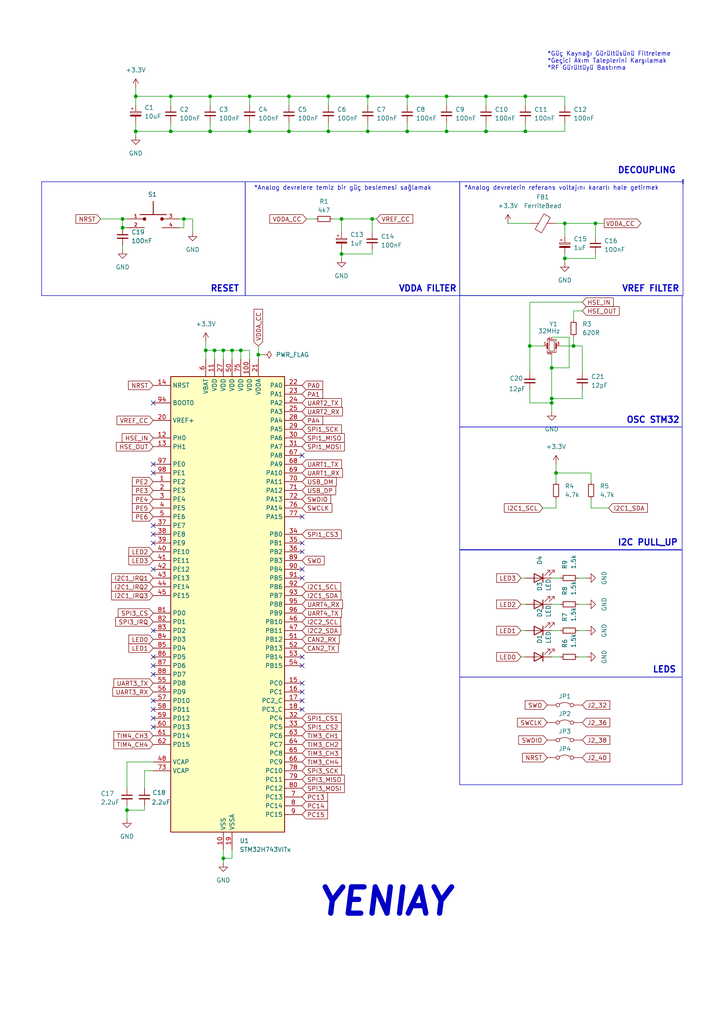
<source format=kicad_sch>
(kicad_sch (version 20231120) (generator "eeschema") (generator_version "8.0")
  (paper "A4" portrait)
  (title_block (title "STM32H743"))
  (lib_symbols
    (symbol "Device:C_Polarized_Small" (pin_numbers hide) (pin_names (offset 0.254) hide)
      (property "Reference" "C" (at 0.254 1.778 0))
      (property "Value" "C_Polarized_Small" (at 0.254 -2.032 0))
      (symbol "C_Polarized_Small_0_1"
        (rectangle (start -1.524 -0.3048) (end 1.524 -0.6858) (fill (type outline)))
        (rectangle (start -1.524 0.6858) (end 1.524 0.3048))
        (polyline (pts (xy -1.27 1.524) (xy -0.762 1.524)))
        (polyline (pts (xy -1.016 1.27) (xy -1.016 1.778)))
      )
      (symbol "C_Polarized_Small_1_1"
        (pin passive line (at 0 2.54 270) (length 1.8542) (name "~") (number "1"))
        (pin passive line (at 0 -2.54 90) (length 1.8542) (name "~") (number "2"))
      )
    )
    (symbol "Device:C_Small" (pin_numbers hide) (pin_names (offset 0.254) hide)
      (property "Reference" "C" (at 0.254 1.778 0))
      (property "Value" "C_Small" (at 0.254 -2.032 0))
      (symbol "C_Small_0_1"
        (polyline (pts (xy -1.524 -0.508) (xy 1.524 -0.508)) (stroke (width 0.3302)))
        (polyline (pts (xy -1.524 0.508) (xy 1.524 0.508)) (stroke (width 0.3048)))
      )
      (symbol "C_Small_1_1"
        (pin passive line (at 0 2.54 270) (length 2.032) (name "~") (number "1"))
        (pin passive line (at 0 -2.54 90) (length 2.032) (name "~") (number "2"))
      )
    )
    (symbol "Device:Crystal_GND24_Small" (pin_names (offset 1.016) hide)
      (property "Reference" "Y" (at 1.27 4.445 0))
      (property "Value" "Crystal_GND24_Small" (at 1.27 2.54 0))
      (symbol "Crystal_GND24_Small_0_1"
        (rectangle (start -0.762 -1.524) (end 0.762 1.524))
        (polyline (pts (xy -1.27 -0.762) (xy -1.27 0.762)) (stroke (width 0.381)))
        (polyline (pts (xy 1.27 -0.762) (xy 1.27 0.762)) (stroke (width 0.381)))
        (polyline (pts (xy -1.27 -1.27) (xy -1.27 -1.905) (xy 1.27 -1.905) (xy 1.27 -1.27)))
        (polyline (pts (xy -1.27 1.27) (xy -1.27 1.905) (xy 1.27 1.905) (xy 1.27 1.27)))
      )
      (symbol "Crystal_GND24_Small_1_1"
        (pin passive line (at -2.54 0 0) (length 1.27) (name "1") (number "1"))
        (pin passive line (at 0 -2.54 90) (length 0.635) (name "2") (number "2"))
        (pin passive line (at 2.54 0 180) (length 1.27) (name "3") (number "3"))
        (pin passive line (at 0 2.54 270) (length 0.635) (name "4") (number "4"))
      )
    )
    (symbol "Device:FerriteBead" (pin_numbers hide) (pin_names (offset 0))
      (property "Reference" "FB" (at -3.81 0.635 90))
      (property "Value" "FerriteBead" (at 3.81 0 90))
      (symbol "FerriteBead_0_1"
        (polyline (pts (xy 0 -1.27) (xy 0 -1.2192)))
        (polyline (pts (xy 0 1.27) (xy 0 1.2954)))
        (polyline (pts (xy -2.7686 0.4064) (xy -1.7018 2.2606) (xy 2.7686 -0.3048) (xy 1.6764 -2.159) (xy -2.7686 0.4064)))
      )
      (symbol "FerriteBead_1_1"
        (pin passive line (at 0 3.81 270) (length 2.54) (name "~") (number "1"))
        (pin passive line (at 0 -3.81 90) (length 2.54) (name "~") (number "2"))
      )
    )
    (symbol "Device:LED" (pin_numbers hide) (pin_names (offset 1.016) hide)
      (property "Reference" "D" (at 0 2.54 0))
      (property "Value" "LED" (at 0 -2.54 0))
      (symbol "LED_0_1"
        (polyline (pts (xy -1.27 -1.27) (xy -1.27 1.27)) (stroke (width 0.254)))
        (polyline (pts (xy -1.27 0) (xy 1.27 0)))
        (polyline (pts (xy 1.27 -1.27) (xy 1.27 1.27) (xy -1.27 0) (xy 1.27 -1.27)) (stroke (width 0.254)))
        (polyline (pts (xy -3.048 -0.762) (xy -4.572 -2.286) (xy -3.81 -2.286) (xy -4.572 -2.286) (xy -4.572 -1.524)))
        (polyline (pts (xy -1.778 -0.762) (xy -3.302 -2.286) (xy -2.54 -2.286) (xy -3.302 -2.286) (xy -3.302 -1.524)))
      )
      (symbol "LED_1_1"
        (pin passive line (at -3.81 0 0) (length 2.54) (name "K") (number "1"))
        (pin passive line (at 3.81 0 180) (length 2.54) (name "A") (number "2"))
      )
    )
    (symbol "Device:R_Small" (pin_numbers hide) (pin_names (offset 0.254) hide)
      (property "Reference" "R" (at 0.762 0.508 0))
      (property "Value" "R_Small" (at 0.762 -1.016 0))
      (symbol "R_Small_0_1"
        (rectangle (start -0.762 1.778) (end 0.762 -1.778) (stroke (width 0.2032)))
      )
      (symbol "R_Small_1_1"
        (pin passive line (at 0 2.54 270) (length 0.762) (name "~") (number "1"))
        (pin passive line (at 0 -2.54 90) (length 0.762) (name "~") (number "2"))
      )
    )
    (symbol "Jumper:Jumper_2_Bridged" (pin_numbers hide) (pin_names (offset 0) hide) (exclude_from_sim yes)
      (property "Reference" "JP" (at 0 1.905 0))
      (property "Value" "Jumper_2_Bridged" (at 0 -2.54 0))
      (symbol "Jumper_2_Bridged_0_0"
        (circle (center -2.032 0) (radius 0.508))
        (circle (center 2.032 0) (radius 0.508))
      )
      (symbol "Jumper_2_Bridged_0_1"
        (arc (start 1.524 0.254) (mid 0 0.762) (end -1.524 0.254))
      )
      (symbol "Jumper_2_Bridged_1_1"
        (pin passive line (at -5.08 0 0) (length 2.54) (name "A") (number "1"))
        (pin passive line (at 5.08 0 180) (length 2.54) (name "B") (number "2"))
      )
    )
    (symbol "MCU_ST_STM32H7:STM32H743VITx"
      (property "Reference" "U" (at -15.24 67.31 0))
      (property "Value" "STM32H743VITx" (at 12.7 67.31 0))
      (symbol "STM32H743VITx_0_1"
        (rectangle (start -15.24 -66.04) (end 17.78 66.04) (stroke (width 0.254)) (fill (type background)))
      )
      (symbol "STM32H743VITx_1_1"
        (pin bidirectional line (at -20.32 35.56 0) (length 5.08) (name "PE2") (number "1"))
        (pin power_in line (at 0 -71.12 90) (length 5.08) (name "VSS") (number "10"))
        (pin power_in line (at 7.62 71.12 270) (length 5.08) (name "VDD") (number "100"))
        (pin power_in line (at -2.54 71.12 270) (length 5.08) (name "VDD") (number "11"))
        (pin bidirectional line (at -20.32 48.26 0) (length 5.08) (name "PH0") (number "12"))
        (pin bidirectional line (at -20.32 45.72 0) (length 5.08) (name "PH1") (number "13"))
        (pin input line (at -20.32 63.5 0) (length 5.08) (name "NRST") (number "14"))
        (pin bidirectional line (at 22.86 -22.86 180) (length 5.08) (name "PC0") (number "15"))
        (pin bidirectional line (at 22.86 -25.4 180) (length 5.08) (name "PC1") (number "16"))
        (pin bidirectional line (at 22.86 -27.94 180) (length 5.08) (name "PC2_C") (number "17"))
        (pin bidirectional line (at 22.86 -30.48 180) (length 5.08) (name "PC3_C") (number "18"))
        (pin power_in line (at 2.54 -71.12 90) (length 5.08) (name "VSSA") (number "19"))
        (pin bidirectional line (at -20.32 33.02 0) (length 5.08) (name "PE3") (number "2"))
        (pin input line (at -20.32 53.34 0) (length 5.08) (name "VREF+") (number "20"))
        (pin power_in line (at 10.16 71.12 270) (length 5.08) (name "VDDA") (number "21"))
        (pin bidirectional line (at 22.86 63.5 180) (length 5.08) (name "PA0") (number "22"))
        (pin bidirectional line (at 22.86 60.96 180) (length 5.08) (name "PA1") (number "23"))
        (pin bidirectional line (at 22.86 58.42 180) (length 5.08) (name "PA2") (number "24"))
        (pin bidirectional line (at 22.86 55.88 180) (length 5.08) (name "PA3") (number "25"))
        (pin passive line (at 0 -71.12 90) (length 5.08) hide (name "VSS") (number "26"))
        (pin power_in line (at 0 71.12 270) (length 5.08) (name "VDD") (number "27"))
        (pin bidirectional line (at 22.86 53.34 180) (length 5.08) (name "PA4") (number "28"))
        (pin bidirectional line (at 22.86 50.8 180) (length 5.08) (name "PA5") (number "29"))
        (pin bidirectional line (at -20.32 30.48 0) (length 5.08) (name "PE4") (number "3"))
        (pin bidirectional line (at 22.86 48.26 180) (length 5.08) (name "PA6") (number "30"))
        (pin bidirectional line (at 22.86 45.72 180) (length 5.08) (name "PA7") (number "31"))
        (pin bidirectional line (at 22.86 -33.02 180) (length 5.08) (name "PC4") (number "32"))
        (pin bidirectional line (at 22.86 -35.56 180) (length 5.08) (name "PC5") (number "33"))
        (pin bidirectional line (at 22.86 20.32 180) (length 5.08) (name "PB0") (number "34"))
        (pin bidirectional line (at 22.86 17.78 180) (length 5.08) (name "PB1") (number "35"))
        (pin bidirectional line (at 22.86 15.24 180) (length 5.08) (name "PB2") (number "36"))
        (pin bidirectional line (at -20.32 22.86 0) (length 5.08) (name "PE7") (number "37"))
        (pin bidirectional line (at -20.32 20.32 0) (length 5.08) (name "PE8") (number "38"))
        (pin bidirectional line (at -20.32 17.78 0) (length 5.08) (name "PE9") (number "39"))
        (pin bidirectional line (at -20.32 27.94 0) (length 5.08) (name "PE5") (number "4"))
        (pin bidirectional line (at -20.32 15.24 0) (length 5.08) (name "PE10") (number "40"))
        (pin bidirectional line (at -20.32 12.7 0) (length 5.08) (name "PE11") (number "41"))
        (pin bidirectional line (at -20.32 10.16 0) (length 5.08) (name "PE12") (number "42"))
        (pin bidirectional line (at -20.32 7.62 0) (length 5.08) (name "PE13") (number "43"))
        (pin bidirectional line (at -20.32 5.08 0) (length 5.08) (name "PE14") (number "44"))
        (pin bidirectional line (at -20.32 2.54 0) (length 5.08) (name "PE15") (number "45"))
        (pin bidirectional line (at 22.86 -5.08 180) (length 5.08) (name "PB10") (number "46"))
        (pin bidirectional line (at 22.86 -7.62 180) (length 5.08) (name "PB11") (number "47"))
        (pin power_out line (at -20.32 -45.72 0) (length 5.08) (name "VCAP") (number "48"))
        (pin passive line (at 0 -71.12 90) (length 5.08) hide (name "VSS") (number "49"))
        (pin bidirectional line (at -20.32 25.4 0) (length 5.08) (name "PE6") (number "5"))
        (pin power_in line (at 2.54 71.12 270) (length 5.08) (name "VDD") (number "50"))
        (pin bidirectional line (at 22.86 -10.16 180) (length 5.08) (name "PB12") (number "51"))
        (pin bidirectional line (at 22.86 -12.7 180) (length 5.08) (name "PB13") (number "52"))
        (pin bidirectional line (at 22.86 -15.24 180) (length 5.08) (name "PB14") (number "53"))
        (pin bidirectional line (at 22.86 -17.78 180) (length 5.08) (name "PB15") (number "54"))
        (pin bidirectional line (at -20.32 -22.86 0) (length 5.08) (name "PD8") (number "55"))
        (pin bidirectional line (at -20.32 -25.4 0) (length 5.08) (name "PD9") (number "56"))
        (pin bidirectional line (at -20.32 -27.94 0) (length 5.08) (name "PD10") (number "57"))
        (pin bidirectional line (at -20.32 -30.48 0) (length 5.08) (name "PD11") (number "58"))
        (pin bidirectional line (at -20.32 -33.02 0) (length 5.08) (name "PD12") (number "59"))
        (pin power_in line (at -5.08 71.12 270) (length 5.08) (name "VBAT") (number "6"))
        (pin bidirectional line (at -20.32 -35.56 0) (length 5.08) (name "PD13") (number "60"))
        (pin bidirectional line (at -20.32 -38.1 0) (length 5.08) (name "PD14") (number "61"))
        (pin bidirectional line (at -20.32 -40.64 0) (length 5.08) (name "PD15") (number "62"))
        (pin bidirectional line (at 22.86 -38.1 180) (length 5.08) (name "PC6") (number "63"))
        (pin bidirectional line (at 22.86 -40.64 180) (length 5.08) (name "PC7") (number "64"))
        (pin bidirectional line (at 22.86 -43.18 180) (length 5.08) (name "PC8") (number "65"))
        (pin bidirectional line (at 22.86 -45.72 180) (length 5.08) (name "PC9") (number "66"))
        (pin bidirectional line (at 22.86 43.18 180) (length 5.08) (name "PA8") (number "67"))
        (pin bidirectional line (at 22.86 40.64 180) (length 5.08) (name "PA9") (number "68"))
        (pin bidirectional line (at 22.86 38.1 180) (length 5.08) (name "PA10") (number "69"))
        (pin bidirectional line (at 22.86 -55.88 180) (length 5.08) (name "PC13") (number "7"))
        (pin bidirectional line (at 22.86 35.56 180) (length 5.08) (name "PA11") (number "70"))
        (pin bidirectional line (at 22.86 33.02 180) (length 5.08) (name "PA12") (number "71"))
        (pin bidirectional line (at 22.86 30.48 180) (length 5.08) (name "PA13") (number "72"))
        (pin power_out line (at -20.32 -48.26 0) (length 5.08) (name "VCAP") (number "73"))
        (pin passive line (at 0 -71.12 90) (length 5.08) hide (name "VSS") (number "74"))
        (pin power_in line (at 5.08 71.12 270) (length 5.08) (name "VDD") (number "75"))
        (pin bidirectional line (at 22.86 27.94 180) (length 5.08) (name "PA14") (number "76"))
        (pin bidirectional line (at 22.86 25.4 180) (length 5.08) (name "PA15") (number "77"))
        (pin bidirectional line (at 22.86 -48.26 180) (length 5.08) (name "PC10") (number "78"))
        (pin bidirectional line (at 22.86 -50.8 180) (length 5.08) (name "PC11") (number "79"))
        (pin bidirectional line (at 22.86 -58.42 180) (length 5.08) (name "PC14") (number "8"))
        (pin bidirectional line (at 22.86 -53.34 180) (length 5.08) (name "PC12") (number "80"))
        (pin bidirectional line (at -20.32 -2.54 0) (length 5.08) (name "PD0") (number "81"))
        (pin bidirectional line (at -20.32 -5.08 0) (length 5.08) (name "PD1") (number "82"))
        (pin bidirectional line (at -20.32 -7.62 0) (length 5.08) (name "PD2") (number "83"))
        (pin bidirectional line (at -20.32 -10.16 0) (length 5.08) (name "PD3") (number "84"))
        (pin bidirectional line (at -20.32 -12.7 0) (length 5.08) (name "PD4") (number "85"))
        (pin bidirectional line (at -20.32 -15.24 0) (length 5.08) (name "PD5") (number "86"))
        (pin bidirectional line (at -20.32 -17.78 0) (length 5.08) (name "PD6") (number "87"))
        (pin bidirectional line (at -20.32 -20.32 0) (length 5.08) (name "PD7") (number "88"))
        (pin bidirectional line (at 22.86 12.7 180) (length 5.08) (name "PB3") (number "89"))
        (pin bidirectional line (at 22.86 -60.96 180) (length 5.08) (name "PC15") (number "9"))
        (pin bidirectional line (at 22.86 10.16 180) (length 5.08) (name "PB4") (number "90"))
        (pin bidirectional line (at 22.86 7.62 180) (length 5.08) (name "PB5") (number "91"))
        (pin bidirectional line (at 22.86 5.08 180) (length 5.08) (name "PB6") (number "92"))
        (pin bidirectional line (at 22.86 2.54 180) (length 5.08) (name "PB7") (number "93"))
        (pin input line (at -20.32 58.42 0) (length 5.08) (name "BOOT0") (number "94"))
        (pin bidirectional line (at 22.86 0 180) (length 5.08) (name "PB8") (number "95"))
        (pin bidirectional line (at 22.86 -2.54 180) (length 5.08) (name "PB9") (number "96"))
        (pin bidirectional line (at -20.32 40.64 0) (length 5.08) (name "PE0") (number "97"))
        (pin bidirectional line (at -20.32 38.1 0) (length 5.08) (name "PE1") (number "98"))
        (pin passive line (at 0 -71.12 90) (length 5.08) hide (name "VSS") (number "99"))
      )
    )
    (symbol "SKRPABE010:SKRPABE010" (pin_names (offset 1.016))
      (property "Reference" "S1" (at -0.254 4.318 0))
      (property "Value" "SKRPABE010" (at -0.254 2.286 0))
      (symbol "SKRPABE010_0_0"
        (circle (center -2.54 0) (radius 0.254) (stroke (width 0.508)))
        (polyline (pts (xy -3.81 1.27) (xy 0 1.27)) (stroke (width 0.254)))
        (polyline (pts (xy 0 1.27) (xy 0 5.08)) (stroke (width 0.254)))
        (polyline (pts (xy 0 1.27) (xy 3.81 1.27)) (stroke (width 0.254)))
        (circle (center 2.54 0) (radius 0.254) (stroke (width 0.508)))
        (pin passive line (at -7.62 0 0) (length 5.08) (name "~") (number "1"))
        (pin passive line (at -7.62 -2.54 0) (length 5.08) (name "~") (number "2"))
        (pin passive line (at 7.62 0 180) (length 5.08) (name "~") (number "3"))
        (pin passive line (at 7.62 -2.54 180) (length 5.08) (name "~") (number "4"))
      )
    )
    (symbol "power:+3.3V" (power) (pin_numbers hide) (pin_names (offset 0) hide)
      (property "Value" "+3.3V" (at 0 3.556 0))
      (symbol "+3.3V_0_1"
        (polyline (pts (xy -0.762 1.27) (xy 0 2.54)))
        (polyline (pts (xy 0 0) (xy 0 2.54)))
        (polyline (pts (xy 0 2.54) (xy 0.762 1.27)))
      )
      (symbol "+3.3V_1_1"
        (pin power_in line (at 0 0 90) (length 0) (name "~") (number "1"))
      )
    )
    (symbol "power:GND" (power) (pin_numbers hide) (pin_names (offset 0) hide)
      (property "Value" "GND" (at 0 -3.81 0))
      (symbol "GND_0_1"
        (polyline (pts (xy 0 0) (xy 0 -1.27) (xy 1.27 -1.27) (xy 0 -2.54) (xy -1.27 -1.27) (xy 0 -1.27)))
      )
      (symbol "GND_1_1"
        (pin power_in line (at 0 0 270) (length 0) (name "~") (number "1"))
      )
    )
    (symbol "power:PWR_FLAG" (power) (pin_numbers hide) (pin_names (offset 0) hide)
      (property "Value" "PWR_FLAG" (at 0 3.81 0))
      (symbol "PWR_FLAG_0_0"
        (pin power_out line (at 0 0 90) (length 0) (name "~") (number "1"))
      )
      (symbol "PWR_FLAG_0_1"
        (polyline (pts (xy 0 0) (xy 0 1.27) (xy -1.016 1.905) (xy 0 2.54) (xy 1.016 1.905) (xy 0 1.27)))
      )
    )
  )
  (junction (at 152.4 27.94))
  (junction (at 67.31 101.6))
  (junction (at 62.23 101.6))
  (junction (at 140.97 38.1))
  (junction (at 160.02 116.84))
  (junction (at 172.72 64.77))
  (junction (at 72.39 38.1))
  (junction (at 74.93 102.87))
  (junction (at 129.54 38.1))
  (junction (at 83.82 27.94))
  (junction (at 118.11 38.1))
  (junction (at 118.11 27.94))
  (junction (at 95.25 27.94))
  (junction (at 95.25 38.1))
  (junction (at 107.95 63.5))
  (junction (at 163.83 74.93))
  (junction (at 39.37 38.1))
  (junction (at 39.37 27.94))
  (junction (at 35.56 63.5))
  (junction (at 166.37 100.33))
  (junction (at 59.69 101.6))
  (junction (at 64.77 101.6))
  (junction (at 35.56 66.04))
  (junction (at 161.29 137.16))
  (junction (at 49.53 27.94))
  (junction (at 69.85 101.6))
  (junction (at 129.54 27.94))
  (junction (at 160.02 115.57))
  (junction (at 60.96 27.94))
  (junction (at 163.83 64.77))
  (junction (at 153.67 100.33))
  (junction (at 53.34 63.5))
  (junction (at 64.77 248.92))
  (junction (at 83.82 38.1))
  (junction (at 106.68 27.94))
  (junction (at 60.96 38.1))
  (junction (at 36.83 234.95))
  (junction (at 99.06 73.66))
  (junction (at 49.53 38.1))
  (junction (at 72.39 27.94))
  (junction (at 140.97 27.94))
  (junction (at 160.02 106.68))
  (junction (at 106.68 38.1))
  (junction (at 99.06 63.5))
  (junction (at 152.4 38.1))
  (no_connect (at 44.45 203.2))
  (no_connect (at 87.63 165.1))
  (no_connect (at 44.45 193.04))
  (no_connect (at 44.45 182.88))
  (no_connect (at 44.45 154.94))
  (no_connect (at 87.63 200.66))
  (no_connect (at 44.45 205.74))
  (no_connect (at 87.63 190.5))
  (no_connect (at 87.63 205.74))
  (no_connect (at 87.63 193.04))
  (no_connect (at 87.63 203.2))
  (no_connect (at 44.45 116.84))
  (no_connect (at 44.45 157.48))
  (no_connect (at 44.45 165.1))
  (no_connect (at 44.45 195.58))
  (no_connect (at 87.63 157.48))
  (no_connect (at 44.45 208.28))
  (no_connect (at 44.45 190.5))
  (no_connect (at 44.45 210.82))
  (no_connect (at 87.63 167.64))
  (no_connect (at 87.63 132.08))
  (no_connect (at 87.63 160.02))
  (no_connect (at 44.45 137.16))
  (no_connect (at 87.63 149.86))
  (no_connect (at 87.63 198.12))
  (no_connect (at 44.45 152.4))
  (no_connect (at 44.45 134.62))
  (wire (pts (xy 62.23 101.6) (xy 59.69 101.6)))
  (wire (pts (xy 60.96 27.94) (xy 72.39 27.94)))
  (wire (pts (xy 35.56 63.5) (xy 36.83 63.5)))
  (wire (pts (xy 106.68 35.56) (xy 106.68 38.1)))
  (wire (pts (xy 168.91 100.33) (xy 168.91 107.95)))
  (wire (pts (xy 160.02 119.38) (xy 160.02 116.84)))
  (wire (pts (xy 44.45 220.98) (xy 36.83 220.98)))
  (wire (pts (xy 160.02 106.68) (xy 165.1 106.68)))
  (wire (pts (xy 152.4 27.94) (xy 152.4 30.48)))
  (wire (pts (xy 72.39 104.14) (xy 72.39 101.6)))
  (wire (pts (xy 153.67 100.33) (xy 153.67 107.95)))
  (wire (pts (xy 49.53 35.56) (xy 49.53 38.1)))
  (wire (pts (xy 153.67 87.63) (xy 168.91 87.63)))
  (wire (pts (xy 163.83 27.94) (xy 152.4 27.94)))
  (wire (pts (xy 163.83 64.77) (xy 172.72 64.77)))
  (wire (pts (xy 171.45 147.32) (xy 176.53 147.32)))
  (wire (pts (xy 107.95 72.39) (xy 107.95 73.66)))
  (wire (pts (xy 161.29 137.16) (xy 161.29 134.62)))
  (wire (pts (xy 171.45 144.78) (xy 171.45 147.32)))
  (wire (pts (xy 49.53 27.94) (xy 60.96 27.94)))
  (wire (pts (xy 35.56 71.12) (xy 35.56 72.39)))
  (wire (pts (xy 106.68 38.1) (xy 95.25 38.1)))
  (wire (pts (xy 153.67 100.33) (xy 153.67 87.63)))
  (wire (pts (xy 166.37 92.71) (xy 166.37 90.17)))
  (wire (pts (xy 39.37 25.4) (xy 39.37 27.94)))
  (wire (pts (xy 36.83 234.95) (xy 36.83 237.49)))
  (wire (pts (xy 168.91 100.33) (xy 166.37 100.33)))
  (wire (pts (xy 167.64 167.64) (xy 170.18 167.64)))
  (wire (pts (xy 118.11 27.94) (xy 118.11 30.48)))
  (wire (pts (xy 72.39 35.56) (xy 72.39 38.1)))
  (wire (pts (xy 39.37 39.37) (xy 39.37 38.1)))
  (wire (pts (xy 64.77 101.6) (xy 62.23 101.6)))
  (wire (pts (xy 99.06 63.5) (xy 107.95 63.5)))
  (wire (pts (xy 107.95 63.5) (xy 107.95 67.31)))
  (wire (pts (xy 99.06 73.66) (xy 99.06 74.93)))
  (wire (pts (xy 59.69 101.6) (xy 59.69 104.14)))
  (wire (pts (xy 49.53 38.1) (xy 39.37 38.1)))
  (wire (pts (xy 72.39 101.6) (xy 69.85 101.6)))
  (wire (pts (xy 88.9 63.5) (xy 91.44 63.5)))
  (wire (pts (xy 106.68 27.94) (xy 106.68 30.48)))
  (wire (pts (xy 168.91 113.03) (xy 168.91 115.57)))
  (wire (pts (xy 161.29 139.7) (xy 161.29 137.16)))
  (wire (pts (xy 166.37 90.17) (xy 168.91 90.17)))
  (wire (pts (xy 160.02 175.26) (xy 162.56 175.26)))
  (wire (pts (xy 39.37 27.94) (xy 49.53 27.94)))
  (wire (pts (xy 67.31 248.92) (xy 64.77 248.92)))
  (wire (pts (xy 29.21 63.5) (xy 35.56 63.5)))
  (wire (pts (xy 140.97 27.94) (xy 129.54 27.94)))
  (wire (pts (xy 157.48 100.33) (xy 153.67 100.33)))
  (wire (pts (xy 160.02 190.5) (xy 162.56 190.5)))
  (wire (pts (xy 151.13 175.26) (xy 152.4 175.26)))
  (wire (pts (xy 39.37 27.94) (xy 39.37 30.48)))
  (wire (pts (xy 60.96 35.56) (xy 60.96 38.1)))
  (wire (pts (xy 118.11 38.1) (xy 106.68 38.1)))
  (wire (pts (xy 163.83 73.66) (xy 163.83 74.93)))
  (wire (pts (xy 172.72 64.77) (xy 175.26 64.77)))
  (wire (pts (xy 163.83 64.77) (xy 163.83 68.58)))
  (wire (pts (xy 171.45 139.7) (xy 171.45 137.16)))
  (wire (pts (xy 95.25 35.56) (xy 95.25 38.1)))
  (wire (pts (xy 161.29 137.16) (xy 171.45 137.16)))
  (wire (pts (xy 39.37 35.56) (xy 39.37 38.1)))
  (wire (pts (xy 161.29 147.32) (xy 157.48 147.32)))
  (wire (pts (xy 151.13 190.5) (xy 152.4 190.5)))
  (wire (pts (xy 64.77 248.92) (xy 64.77 250.19)))
  (wire (pts (xy 140.97 27.94) (xy 140.97 30.48)))
  (wire (pts (xy 140.97 38.1) (xy 129.54 38.1)))
  (wire (pts (xy 36.83 233.68) (xy 36.83 234.95)))
  (wire (pts (xy 41.91 223.52) (xy 41.91 228.6)))
  (wire (pts (xy 76.2 102.87) (xy 74.93 102.87)))
  (wire (pts (xy 74.93 102.87) (xy 74.93 104.14)))
  (wire (pts (xy 129.54 38.1) (xy 118.11 38.1)))
  (wire (pts (xy 166.37 100.33) (xy 166.37 97.79)))
  (wire (pts (xy 55.88 63.5) (xy 55.88 67.31)))
  (wire (pts (xy 160.02 106.68) (xy 160.02 115.57)))
  (wire (pts (xy 53.34 63.5) (xy 55.88 63.5)))
  (wire (pts (xy 52.07 66.04) (xy 53.34 66.04)))
  (wire (pts (xy 67.31 246.38) (xy 67.31 248.92)))
  (wire (pts (xy 167.64 175.26) (xy 170.18 175.26)))
  (wire (pts (xy 163.83 74.93) (xy 163.83 76.2)))
  (wire (pts (xy 49.53 27.94) (xy 49.53 30.48)))
  (wire (pts (xy 72.39 27.94) (xy 72.39 30.48)))
  (wire (pts (xy 106.68 27.94) (xy 95.25 27.94)))
  (wire (pts (xy 162.56 100.33) (xy 166.37 100.33)))
  (wire (pts (xy 160.02 115.57) (xy 160.02 116.84)))
  (wire (pts (xy 95.25 27.94) (xy 95.25 30.48)))
  (wire (pts (xy 64.77 246.38) (xy 64.77 248.92)))
  (wire (pts (xy 64.77 101.6) (xy 64.77 104.14)))
  (wire (pts (xy 72.39 38.1) (xy 60.96 38.1)))
  (wire (pts (xy 99.06 63.5) (xy 99.06 67.31)))
  (wire (pts (xy 83.82 38.1) (xy 72.39 38.1)))
  (wire (pts (xy 69.85 101.6) (xy 69.85 104.14)))
  (wire (pts (xy 118.11 27.94) (xy 106.68 27.94)))
  (wire (pts (xy 167.64 190.5) (xy 170.18 190.5)))
  (wire (pts (xy 53.34 66.04) (xy 53.34 63.5)))
  (wire (pts (xy 129.54 27.94) (xy 118.11 27.94)))
  (wire (pts (xy 83.82 35.56) (xy 83.82 38.1)))
  (wire (pts (xy 44.45 223.52) (xy 41.91 223.52)))
  (bus (pts (xy 198.12 52.07) (xy 198.12 53.34)))
  (wire (pts (xy 163.83 38.1) (xy 152.4 38.1)))
  (wire (pts (xy 52.07 63.5) (xy 53.34 63.5)))
  (wire (pts (xy 67.31 101.6) (xy 67.31 104.14)))
  (wire (pts (xy 163.83 30.48) (xy 163.83 27.94)))
  (wire (pts (xy 59.69 99.06) (xy 59.69 101.6)))
  (wire (pts (xy 153.67 113.03) (xy 153.67 116.84)))
  (wire (pts (xy 35.56 63.5) (xy 35.56 66.04)))
  (wire (pts (xy 83.82 27.94) (xy 72.39 27.94)))
  (wire (pts (xy 83.82 27.94) (xy 83.82 30.48)))
  (wire (pts (xy 165.1 97.79) (xy 165.1 106.68)))
  (wire (pts (xy 152.4 38.1) (xy 140.97 38.1)))
  (wire (pts (xy 160.02 182.88) (xy 162.56 182.88)))
  (wire (pts (xy 118.11 35.56) (xy 118.11 38.1)))
  (wire (pts (xy 152.4 27.94) (xy 140.97 27.94)))
  (wire (pts (xy 161.29 64.77) (xy 163.83 64.77)))
  (wire (pts (xy 172.72 74.93) (xy 163.83 74.93)))
  (wire (pts (xy 151.13 167.64) (xy 152.4 167.64)))
  (wire (pts (xy 147.32 64.77) (xy 153.67 64.77)))
  (wire (pts (xy 172.72 64.77) (xy 172.72 68.58)))
  (wire (pts (xy 168.91 115.57) (xy 160.02 115.57)))
  (wire (pts (xy 152.4 35.56) (xy 152.4 38.1)))
  (wire (pts (xy 62.23 101.6) (xy 62.23 104.14)))
  (wire (pts (xy 160.02 167.64) (xy 162.56 167.64)))
  (wire (pts (xy 140.97 35.56) (xy 140.97 38.1)))
  (wire (pts (xy 95.25 27.94) (xy 83.82 27.94)))
  (wire (pts (xy 60.96 38.1) (xy 49.53 38.1)))
  (wire (pts (xy 129.54 27.94) (xy 129.54 30.48)))
  (wire (pts (xy 69.85 101.6) (xy 67.31 101.6)))
  (wire (pts (xy 74.93 100.33) (xy 74.93 102.87)))
  (wire (pts (xy 129.54 35.56) (xy 129.54 38.1)))
  (wire (pts (xy 36.83 234.95) (xy 41.91 234.95)))
  (wire (pts (xy 99.06 72.39) (xy 99.06 73.66)))
  (wire (pts (xy 167.64 182.88) (xy 170.18 182.88)))
  (wire (pts (xy 41.91 234.95) (xy 41.91 233.68)))
  (wire (pts (xy 161.29 144.78) (xy 161.29 147.32)))
  (wire (pts (xy 107.95 63.5) (xy 109.22 63.5)))
  (wire (pts (xy 163.83 35.56) (xy 163.83 38.1)))
  (wire (pts (xy 95.25 38.1) (xy 83.82 38.1)))
  (wire (pts (xy 36.83 66.04) (xy 35.56 66.04)))
  (wire (pts (xy 160.02 102.87) (xy 160.02 106.68)))
  (wire (pts (xy 107.95 73.66) (xy 99.06 73.66)))
  (wire (pts (xy 36.83 220.98) (xy 36.83 228.6)))
  (wire (pts (xy 153.67 116.84) (xy 160.02 116.84)))
  (wire (pts (xy 96.52 63.5) (xy 99.06 63.5)))
  (wire (pts (xy 60.96 30.48) (xy 60.96 27.94)))
  (wire (pts (xy 151.13 182.88) (xy 152.4 182.88)))
  (wire (pts (xy 160.02 97.79) (xy 165.1 97.79)))
  (wire (pts (xy 172.72 73.66) (xy 172.72 74.93)))
  (wire (pts (xy 67.31 101.6) (xy 64.77 101.6)))
  (rectangle (start 12.065 52.705) (end 71.12 85.725))
  (rectangle (start 71.12 52.705) (end 133.35 85.725))
  (rectangle (start 133.35 159.512) (end 197.866 196.342))
  (rectangle (start 133.35 123.825) (end 197.866 159.385))
  (rectangle (start 133.35 196.342) (end 197.866 227.584))
  (rectangle (start 133.35 52.705) (end 198.12 85.725))
  (rectangle (start 133.35 85.725) (end 197.866 123.825))
  (text "*Güç Kaynağı Gürültüsünü Filtreleme\n*Geçici Akım Taleplerini Karşılamak\n*RF Gürültüyü Bastırma" (at 158.75 17.78 0) (effects (font (size 1.27 1.27)) (justify left)))
  (text "*Analog devrelere temiz bir güç beslemesi sağlamak " (at 73.66 54.61 0) (effects (font (size 1.27 1.27)) (justify left)))
  (text "DECOUPLING" (at 179.07 49.53 0) (effects (font (size 1.778 1.778) (thickness 0.3556) (bold yes)) (justify left)))
  (text "OSC STM32" (at 181.61 121.92 0) (effects (font (size 1.778 1.778) (thickness 0.3556) (bold yes)) (justify left)))
  (text "VREF FILTER" (at 180.34 83.82 0) (effects (font (size 1.778 1.778) (thickness 0.3556) (bold yes)) (justify left)))
  (text "RESET" (at 60.96 83.82 0) (effects (font (size 1.778 1.778) (thickness 0.3556) (bold yes)) (justify left)))
  (text "I2C PULL_UP" (at 179.07 157.48 0) (effects (font (size 1.778 1.778) (thickness 0.3556) (bold yes)) (justify left)))
  (text "*Analog devrelerin referans voltajını kararlı hale getirmek" (at 134.62 54.61 0) (effects (font (size 1.27 1.27)) (justify left)))
  (text "LEDS" (at 189.23 194.31 0) (effects (font (size 1.778 1.778) (thickness 0.3556) (bold yes)) (justify left)))
  (text "YENIAY" (at 111.76 261.62 0) (effects (font (size 7.62 7.62) (bold yes) (italic yes))))
  (text "VDDA FILTER" (at 115.57 83.82 0) (effects (font (size 1.778 1.778) (thickness 0.3556) (bold yes)) (justify left)))
  (global_label "UART1_TX" (shape input) (at 87.63 134.62 0) (property "Intersheetrefs" "${INTERSHEET_REFS}" (effects (hide yes))))
  (global_label "I2C2_SDA" (shape input) (at 87.63 182.88 0) (property "Intersheetrefs" "${INTERSHEET_REFS}" (effects (hide yes))))
  (global_label "LED1" (shape input) (at 151.13 182.88 180) (property "Intersheetrefs" "${INTERSHEET_REFS}" (effects (hide yes))))
  (global_label "SWCLK" (shape input) (at 158.75 209.55 180) (property "Intersheetrefs" "${INTERSHEET_REFS}" (effects (hide yes))))
  (global_label "VREF_CC" (shape input) (at 109.22 63.5 0) (property "Intersheetrefs" "${INTERSHEET_REFS}" (effects (hide yes))))
  (global_label "VDDA_CC" (shape output) (at 175.26 64.77 0) (property "Intersheetrefs" "${INTERSHEET_REFS}" (effects (hide yes))))
  (global_label "SWO" (shape input) (at 158.75 204.47 180) (property "Intersheetrefs" "${INTERSHEET_REFS}" (effects (hide yes))))
  (global_label "SPI3_IRQ" (shape input) (at 44.45 180.34 180) (property "Intersheetrefs" "${INTERSHEET_REFS}" (effects (hide yes))))
  (global_label "UART4_RX" (shape input) (at 87.63 175.26 0) (property "Intersheetrefs" "${INTERSHEET_REFS}" (effects (hide yes))))
  (global_label "SPI3_CS" (shape input) (at 44.45 177.8 180) (property "Intersheetrefs" "${INTERSHEET_REFS}" (effects (hide yes))))
  (global_label "SWDIO" (shape input) (at 87.63 144.78 0) (property "Intersheetrefs" "${INTERSHEET_REFS}" (effects (hide yes))))
  (global_label "VDDA_CC" (shape input) (at 74.93 100.33 90) (property "Intersheetrefs" "${INTERSHEET_REFS}" (effects (hide yes))))
  (global_label "SPI1_MISO" (shape input) (at 87.63 127 0) (property "Intersheetrefs" "${INTERSHEET_REFS}" (effects (hide yes))))
  (global_label "HSE_IN" (shape input) (at 44.45 127 180) (property "Intersheetrefs" "${INTERSHEET_REFS}" (effects (hide yes))))
  (global_label "LED2" (shape input) (at 44.45 160.02 180) (property "Intersheetrefs" "${INTERSHEET_REFS}" (effects (hide yes))))
  (global_label "USB_DM" (shape input) (at 87.63 139.7 0) (property "Intersheetrefs" "${INTERSHEET_REFS}" (effects (hide yes))))
  (global_label "TIM3_CH1" (shape input) (at 87.63 213.36 0) (property "Intersheetrefs" "${INTERSHEET_REFS}" (effects (hide yes))))
  (global_label "TIM3_CH3" (shape input) (at 87.63 218.44 0) (property "Intersheetrefs" "${INTERSHEET_REFS}" (effects (hide yes))))
  (global_label "PE3" (shape input) (at 44.45 142.24 180) (property "Intersheetrefs" "${INTERSHEET_REFS}" (effects (hide yes))))
  (global_label "I2C2_SCL" (shape input) (at 87.63 180.34 0) (property "Intersheetrefs" "${INTERSHEET_REFS}" (effects (hide yes))))
  (global_label "PC15" (shape input) (at 87.63 236.22 0) (property "Intersheetrefs" "${INTERSHEET_REFS}" (effects (hide yes))))
  (global_label "TIM4_CH3" (shape input) (at 44.45 213.36 180) (property "Intersheetrefs" "${INTERSHEET_REFS}" (effects (hide yes))))
  (global_label "NRST" (shape input) (at 29.21 63.5 180) (property "Intersheetrefs" "${INTERSHEET_REFS}" (effects (hide yes))))
  (global_label "PA4" (shape input) (at 87.63 121.92 0) (property "Intersheetrefs" "${INTERSHEET_REFS}" (effects (hide yes))))
  (global_label "TIM4_CH4" (shape input) (at 44.45 215.9 180) (property "Intersheetrefs" "${INTERSHEET_REFS}" (effects (hide yes))))
  (global_label "SPI1_CS1" (shape input) (at 87.63 208.28 0) (property "Intersheetrefs" "${INTERSHEET_REFS}" (effects (hide yes))))
  (global_label "UART3_RX" (shape input) (at 44.45 200.66 180) (property "Intersheetrefs" "${INTERSHEET_REFS}" (effects (hide yes))))
  (global_label "I2C1_SCL" (shape input) (at 157.48 147.32 180) (property "Intersheetrefs" "${INTERSHEET_REFS}" (effects (hide yes))))
  (global_label "UART4_TX" (shape input) (at 87.63 177.8 0) (property "Intersheetrefs" "${INTERSHEET_REFS}" (effects (hide yes))))
  (global_label "LED3" (shape input) (at 44.45 162.56 180) (property "Intersheetrefs" "${INTERSHEET_REFS}" (effects (hide yes))))
  (global_label "PC13" (shape input) (at 87.63 231.14 0) (property "Intersheetrefs" "${INTERSHEET_REFS}" (effects (hide yes))))
  (global_label "I2C1_IRQ2" (shape input) (at 44.45 170.18 180) (property "Intersheetrefs" "${INTERSHEET_REFS}" (effects (hide yes))))
  (global_label "HSE_OUT" (shape input) (at 168.91 90.17 0) (property "Intersheetrefs" "${INTERSHEET_REFS}" (effects (hide yes))))
  (global_label "LED0" (shape input) (at 44.45 185.42 180) (property "Intersheetrefs" "${INTERSHEET_REFS}" (effects (hide yes))))
  (global_label "TIM3_CH4" (shape input) (at 87.63 220.98 0) (property "Intersheetrefs" "${INTERSHEET_REFS}" (effects (hide yes))))
  (global_label "LED2" (shape input) (at 151.13 175.26 180) (property "Intersheetrefs" "${INTERSHEET_REFS}" (effects (hide yes))))
  (global_label "SWDIO" (shape input) (at 158.75 214.63 180) (property "Intersheetrefs" "${INTERSHEET_REFS}" (effects (hide yes))))
  (global_label "HSE_IN" (shape input) (at 168.91 87.63 0) (property "Intersheetrefs" "${INTERSHEET_REFS}" (effects (hide yes))))
  (global_label "SPI1_CS3" (shape input) (at 87.63 154.94 0) (property "Intersheetrefs" "${INTERSHEET_REFS}" (effects (hide yes))))
  (global_label "SPI1_MOSI" (shape input) (at 87.63 129.54 0) (property "Intersheetrefs" "${INTERSHEET_REFS}" (effects (hide yes))))
  (global_label "SPI1_SCK" (shape input) (at 87.63 124.46 0) (property "Intersheetrefs" "${INTERSHEET_REFS}" (effects (hide yes))))
  (global_label "PC14" (shape input) (at 87.63 233.68 0) (property "Intersheetrefs" "${INTERSHEET_REFS}" (effects (hide yes))))
  (global_label "I2C1_SCL" (shape input) (at 87.63 170.18 0) (property "Intersheetrefs" "${INTERSHEET_REFS}" (effects (hide yes))))
  (global_label "UART2_RX" (shape input) (at 87.63 119.38 0) (property "Intersheetrefs" "${INTERSHEET_REFS}" (effects (hide yes))))
  (global_label "UART1_RX" (shape input) (at 87.63 137.16 0) (property "Intersheetrefs" "${INTERSHEET_REFS}" (effects (hide yes))))
  (global_label "SPI3_MISO" (shape input) (at 87.63 226.06 0) (property "Intersheetrefs" "${INTERSHEET_REFS}" (effects (hide yes))))
  (global_label "LED3" (shape input) (at 151.13 167.64 180) (property "Intersheetrefs" "${INTERSHEET_REFS}" (effects (hide yes))))
  (global_label "PE6" (shape input) (at 44.45 149.86 180) (property "Intersheetrefs" "${INTERSHEET_REFS}" (effects (hide yes))))
  (global_label "J2_40" (shape input) (at 168.91 219.71 0) (property "Intersheetrefs" "${INTERSHEET_REFS}" (effects (hide yes))))
  (global_label "SPI3_SCK" (shape input) (at 87.63 223.52 0) (property "Intersheetrefs" "${INTERSHEET_REFS}" (effects (hide yes))))
  (global_label "I2C1_SDA" (shape input) (at 176.53 147.32 0) (property "Intersheetrefs" "${INTERSHEET_REFS}" (effects (hide yes))))
  (global_label "SWO" (shape input) (at 87.63 162.56 0) (property "Intersheetrefs" "${INTERSHEET_REFS}" (effects (hide yes))))
  (global_label "PE4" (shape input) (at 44.45 144.78 180) (property "Intersheetrefs" "${INTERSHEET_REFS}" (effects (hide yes))))
  (global_label "SWCLK" (shape input) (at 87.63 147.32 0) (property "Intersheetrefs" "${INTERSHEET_REFS}" (effects (hide yes))))
  (global_label "PE2" (shape input) (at 44.45 139.7 180) (property "Intersheetrefs" "${INTERSHEET_REFS}" (effects (hide yes))))
  (global_label "SPI1_CS2" (shape input) (at 87.63 210.82 0) (property "Intersheetrefs" "${INTERSHEET_REFS}" (effects (hide yes))))
  (global_label "PE5" (shape input) (at 44.45 147.32 180) (property "Intersheetrefs" "${INTERSHEET_REFS}" (effects (hide yes))))
  (global_label "HSE_OUT" (shape input) (at 44.45 129.54 180) (property "Intersheetrefs" "${INTERSHEET_REFS}" (effects (hide yes))))
  (global_label "UART2_TX" (shape input) (at 87.63 116.84 0) (property "Intersheetrefs" "${INTERSHEET_REFS}" (effects (hide yes))))
  (global_label "UART3_TX" (shape input) (at 44.45 198.12 180) (property "Intersheetrefs" "${INTERSHEET_REFS}" (effects (hide yes))))
  (global_label "CAN2_TX" (shape input) (at 87.63 187.96 0) (property "Intersheetrefs" "${INTERSHEET_REFS}" (effects (hide yes))))
  (global_label "I2C1_IRQ3" (shape input) (at 44.45 172.72 180) (property "Intersheetrefs" "${INTERSHEET_REFS}" (effects (hide yes))))
  (global_label "NRST" (shape input) (at 158.75 219.71 180) (property "Intersheetrefs" "${INTERSHEET_REFS}" (effects (hide yes))))
  (global_label "CAN2_RX" (shape input) (at 87.63 185.42 0) (property "Intersheetrefs" "${INTERSHEET_REFS}" (effects (hide yes))))
  (global_label "J2_32" (shape input) (at 168.91 204.47 0) (property "Intersheetrefs" "${INTERSHEET_REFS}" (effects (hide yes))))
  (global_label "NRST" (shape input) (at 44.45 111.76 180) (property "Intersheetrefs" "${INTERSHEET_REFS}" (effects (hide yes))))
  (global_label "USB_DP" (shape input) (at 87.63 142.24 0) (property "Intersheetrefs" "${INTERSHEET_REFS}" (effects (hide yes))))
  (global_label "LED1" (shape input) (at 44.45 187.96 180) (property "Intersheetrefs" "${INTERSHEET_REFS}" (effects (hide yes))))
  (global_label "I2C1_IRQ1" (shape input) (at 44.45 167.64 180) (property "Intersheetrefs" "${INTERSHEET_REFS}" (effects (hide yes))))
  (global_label "I2C1_SDA" (shape input) (at 87.63 172.72 0) (property "Intersheetrefs" "${INTERSHEET_REFS}" (effects (hide yes))))
  (global_label "VDDA_CC" (shape input) (at 88.9 63.5 180) (property "Intersheetrefs" "${INTERSHEET_REFS}" (effects (hide yes))))
  (global_label "LED0" (shape input) (at 151.13 190.5 180) (property "Intersheetrefs" "${INTERSHEET_REFS}" (effects (hide yes))))
  (global_label "VREF_CC" (shape input) (at 44.45 121.92 180) (property "Intersheetrefs" "${INTERSHEET_REFS}" (effects (hide yes))))
  (global_label "TIM3_CH2" (shape input) (at 87.63 215.9 0) (property "Intersheetrefs" "${INTERSHEET_REFS}" (effects (hide yes))))
  (global_label "J2_38" (shape input) (at 168.91 214.63 0) (property "Intersheetrefs" "${INTERSHEET_REFS}" (effects (hide yes))))
  (global_label "J2_36" (shape input) (at 168.91 209.55 0) (property "Intersheetrefs" "${INTERSHEET_REFS}" (effects (hide yes))))
  (global_label "PA1" (shape input) (at 87.63 114.3 0) (property "Intersheetrefs" "${INTERSHEET_REFS}" (effects (hide yes))))
  (global_label "PA0" (shape input) (at 87.63 111.76 0) (property "Intersheetrefs" "${INTERSHEET_REFS}" (effects (hide yes))))
  (global_label "SPI3_MOSI" (shape input) (at 87.63 228.6 0) (property "Intersheetrefs" "${INTERSHEET_REFS}" (effects (hide yes))))
  (symbol (lib_id "power:+3.3V") (at 147.32 64.77 0) (unit 1)
    (property "Reference" "#PWR05" (effects (hide yes)))
    (property "Value" "+3.3V" (at 147.32 59.69 0))
    (property "Description" "Power symbol creates a global label with name \"+3.3V\"" (effects (hide yes)))
  )
  (symbol (lib_id "Device:C_Small") (at 153.67 110.49 0) (unit 1)
    (property "Reference" "C20" (at 147.828 109.728 0) (effects (justify left)))
    (property "Value" "12pF" (at 147.574 112.776 0) (effects (justify left)))
    (property "Footprint" "Capacitor_SMD:C_0603_1608Metric" (effects (hide yes)))
    (property "Description" "Unpolarized capacitor, small symbol" (effects (hide yes)))
  )
  (symbol (lib_id "power:+3.3V") (at 161.29 134.62 0) (unit 1)
    (property "Reference" "#PWR014" (effects (hide yes)))
    (property "Value" "+3.3V" (at 161.29 129.54 0))
    (property "Description" "Power symbol creates a global label with name \"+3.3V\"" (effects (hide yes)))
  )
  (symbol (lib_id "Device:C_Small") (at 168.91 110.49 0) (unit 1)
    (property "Reference" "C21" (at 171.45 109.2262 0) (effects (justify left)))
    (property "Value" "12pF" (at 171.45 111.7662 0) (effects (justify left)))
    (property "Footprint" "Capacitor_SMD:C_0603_1608Metric" (effects (hide yes)))
    (property "Description" "Unpolarized capacitor, small symbol" (effects (hide yes)))
  )
  (symbol (lib_id "Device:R_Small") (at 165.1 175.26 270) (unit 1)
    (property "Reference" "R8" (at 163.8299 172.72 0) (effects (justify right)))
    (property "Value" "1.5k" (at 166.3699 172.72 0) (effects (justify right)))
    (property "Footprint" "Resistor_SMD:R_0805_2012Metric" (effects (hide yes)))
    (property "Description" "Resistor, small symbol" (effects (hide yes)))
  )
  (symbol (lib_id "power:GND") (at 170.18 190.5 90) (unit 1)
    (property "Reference" "#PWR015" (effects (hide yes)))
    (property "Value" "GND" (at 175.26 190.5 0))
    (property "Description" "Power symbol creates a global label with name \"GND\" , ground" (effects (hide yes)))
  )
  (symbol (lib_id "power:+3.3V") (at 39.37 25.4 0) (unit 1)
    (property "Reference" "#PWR02" (effects (hide yes)))
    (property "Value" "+3.3V" (at 39.37 20.32 0))
    (property "Description" "Power symbol creates a global label with name \"+3.3V\"" (effects (hide yes)))
  )
  (symbol (lib_id "Device:R_Small") (at 93.98 63.5 90) (unit 1)
    (property "Reference" "R1" (at 93.98 58.42 90))
    (property "Value" "4k7" (at 93.98 60.96 90))
    (property "Footprint" "Resistor_SMD:R_0805_2012Metric" (effects (hide yes)))
    (property "Description" "Resistor, small symbol" (effects (hide yes)))
  )
  (symbol (lib_id "Jumper:Jumper_2_Bridged") (at 163.83 219.71 0) (unit 1) (exclude_from_sim yes)
    (property "Reference" "JP4" (at 163.83 217.17 0))
    (property "Value" "SWDIO" (effects (hide yes)))
    (property "Footprint" "TestPoint:TestPoint_2Pads_Pitch2.54mm_Drill0.8mm" (effects (hide yes)))
    (property "Description" "Jumper, 2-pole, closed/bridged" (effects (hide yes)))
  )
  (symbol (lib_id "Device:LED") (at 156.21 167.64 180) (unit 1)
    (property "Reference" "D4" (at 156.5274 163.83 90) (effects (justify right)))
    (property "Value" "LED" (effects (hide yes)))
    (property "Footprint" "LED_SMD:LED_0805_2012Metric" (effects (hide yes)))
    (property "Description" "Light emitting diode" (effects (hide yes)))
  )
  (symbol (lib_id "Device:FerriteBead") (at 157.48 64.77 90) (unit 1)
    (property "Reference" "FB1" (at 157.4292 57.15 90))
    (property "Value" "FerriteBead" (at 157.4292 59.69 90))
    (property "Footprint" "Inductor_SMD:L_0603_1608Metric" (effects (hide yes)))
    (property "Description" "Ferrite bead" (effects (hide yes)))
  )
  (symbol (lib_id "power:GND") (at 170.18 182.88 90) (unit 1)
    (property "Reference" "#PWR016" (effects (hide yes)))
    (property "Value" "GND" (at 175.26 182.88 0))
    (property "Description" "Power symbol creates a global label with name \"GND\" , ground" (effects (hide yes)))
  )
  (symbol (lib_id "Device:R_Small") (at 161.29 142.24 180) (unit 1)
    (property "Reference" "R4" (at 163.83 140.9699 0) (effects (justify right)))
    (property "Value" "4.7k" (at 163.83 143.5099 0) (effects (justify right)))
    (property "Footprint" "Resistor_SMD:R_0805_2012Metric" (effects (hide yes)))
    (property "Description" "Resistor, small symbol" (effects (hide yes)))
  )
  (symbol (lib_id "Device:C_Small") (at 60.96 33.02 0) (unit 1)
    (property "Reference" "C3" (at 63.5 31.7562 0) (effects (justify left)))
    (property "Value" "100nF" (at 63.5 34.2962 0) (effects (justify left)))
    (property "Footprint" "Capacitor_SMD:C_0603_1608Metric" (effects (hide yes)))
    (property "Description" "Unpolarized capacitor, small symbol" (effects (hide yes)))
  )
  (symbol (lib_id "Device:C_Small") (at 106.68 33.02 0) (unit 1)
    (property "Reference" "C7" (at 109.22 31.7562 0) (effects (justify left)))
    (property "Value" "100nF" (at 109.22 34.2962 0) (effects (justify left)))
    (property "Footprint" "Capacitor_SMD:C_0603_1608Metric" (effects (hide yes)))
    (property "Description" "Unpolarized capacitor, small symbol" (effects (hide yes)))
  )
  (symbol (lib_id "Device:C_Small") (at 95.25 33.02 0) (unit 1)
    (property "Reference" "C6" (at 97.79 31.7562 0) (effects (justify left)))
    (property "Value" "100nF" (at 97.79 34.2962 0) (effects (justify left)))
    (property "Footprint" "Capacitor_SMD:C_0603_1608Metric" (effects (hide yes)))
    (property "Description" "Unpolarized capacitor, small symbol" (effects (hide yes)))
  )
  (symbol (lib_id "Device:C_Polarized_Small") (at 163.83 71.12 0) (unit 1)
    (property "Reference" "C15" (at 166.37 69.3038 0) (effects (justify left)))
    (property "Value" "1uF" (at 166.37 71.8438 0) (effects (justify left)))
    (property "Footprint" "Capacitor_SMD:C_0603_1608Metric" (effects (hide yes)))
    (property "Description" "Polarized capacitor, small symbol" (effects (hide yes)))
  )
  (symbol (lib_id "power:GND") (at 99.06 74.93 0) (unit 1)
    (property "Reference" "#PWR04" (effects (hide yes)))
    (property "Value" "GND" (at 99.06 80.01 0))
    (property "Description" "Power symbol creates a global label with name \"GND\" , ground" (effects (hide yes)))
  )
  (symbol (lib_id "Device:Crystal_GND24_Small") (at 160.02 100.33 0) (unit 1)
    (property "Reference" "Y1" (at 160.528 93.98 0))
    (property "Value" "32MHz" (at 159.258 96.012 0))
    (property "Footprint" "Crystal:Crystal_SMD_3225-4Pin_3.2x2.5mm" (effects (hide yes)))
    (property "Description" "Four pin crystal, GND on pins 2 and 4, small symbol" (effects (hide yes)))
  )
  (symbol (lib_id "Device:C_Small") (at 72.39 33.02 0) (unit 1)
    (property "Reference" "C4" (at 74.93 31.7562 0) (effects (justify left)))
    (property "Value" "100nF" (at 74.93 34.2962 0) (effects (justify left)))
    (property "Footprint" "Capacitor_SMD:C_0603_1608Metric" (effects (hide yes)))
    (property "Description" "Unpolarized capacitor, small symbol" (effects (hide yes)))
  )
  (symbol (lib_id "Device:LED") (at 156.21 182.88 180) (unit 1)
    (property "Reference" "D2" (at 156.5274 179.07 90) (effects (justify right)))
    (property "Value" "LED" (at 159.0674 179.07 90) (effects (justify right)))
    (property "Footprint" "LED_SMD:LED_0805_2012Metric" (effects (hide yes)))
    (property "Description" "Light emitting diode" (effects (hide yes)))
  )
  (symbol (lib_id "Device:R_Small") (at 166.37 95.25 180) (unit 1)
    (property "Reference" "R3" (at 168.91 93.9799 0) (effects (justify right)))
    (property "Value" "620R" (at 168.91 96.5199 0) (effects (justify right)))
    (property "Footprint" "Resistor_SMD:R_0805_2012Metric" (effects (hide yes)))
    (property "Description" "Resistor, small symbol" (effects (hide yes)))
  )
  (symbol (lib_id "Device:C_Small") (at 152.4 33.02 0) (unit 1)
    (property "Reference" "C11" (at 154.94 31.7562 0) (effects (justify left)))
    (property "Value" "100nF" (at 154.94 34.2962 0) (effects (justify left)))
    (property "Footprint" "Capacitor_SMD:C_0603_1608Metric" (effects (hide yes)))
    (property "Description" "Unpolarized capacitor, small symbol" (effects (hide yes)))
  )
  (symbol (lib_id "power:GND") (at 39.37 39.37 0) (unit 1)
    (property "Reference" "#PWR03" (effects (hide yes)))
    (property "Value" "GND" (at 39.37 44.45 0))
    (property "Description" "Power symbol creates a global label with name \"GND\" , ground" (effects (hide yes)))
  )
  (symbol (lib_id "Device:C_Small") (at 140.97 33.02 0) (unit 1)
    (property "Reference" "C10" (at 143.51 31.7562 0) (effects (justify left)))
    (property "Value" "100nF" (at 143.51 34.2962 0) (effects (justify left)))
    (property "Footprint" "Capacitor_SMD:C_0603_1608Metric" (effects (hide yes)))
    (property "Description" "Unpolarized capacitor, small symbol" (effects (hide yes)))
  )
  (symbol (lib_id "Device:C_Small") (at 163.83 33.02 0) (unit 1)
    (property "Reference" "C12" (at 166.37 31.7562 0) (effects (justify left)))
    (property "Value" "100nF" (at 166.37 34.2962 0) (effects (justify left)))
    (property "Footprint" "Capacitor_SMD:C_0603_1608Metric" (effects (hide yes)))
    (property "Description" "Unpolarized capacitor, small symbol" (effects (hide yes)))
  )
  (symbol (lib_id "power:GND") (at 36.83 237.49 0) (unit 1)
    (property "Reference" "#PWR07" (effects (hide yes)))
    (property "Value" "GND" (at 36.83 242.57 0))
    (property "Description" "Power symbol creates a global label with name \"GND\" , ground" (effects (hide yes)))
  )
  (symbol (lib_id "Device:LED") (at 156.21 190.5 180) (unit 1)
    (property "Reference" "D1" (at 156.5274 186.69 90) (effects (justify right)))
    (property "Value" "LED" (at 159.0674 186.69 90) (effects (justify right)))
    (property "Footprint" "LED_SMD:LED_0805_2012Metric" (effects (hide yes)))
    (property "Description" "Light emitting diode" (effects (hide yes)))
  )
  (symbol (lib_id "Device:C_Small") (at 49.53 33.02 0) (unit 1)
    (property "Reference" "C2" (at 52.07 31.7562 0) (effects (justify left)))
    (property "Value" "100nF" (at 52.07 34.2962 0) (effects (justify left)))
    (property "Footprint" "Capacitor_SMD:C_0603_1608Metric" (effects (hide yes)))
    (property "Description" "Unpolarized capacitor, small symbol" (effects (hide yes)))
  )
  (symbol (lib_id "Device:C_Small") (at 118.11 33.02 0) (unit 1)
    (property "Reference" "C8" (at 120.65 31.7562 0) (effects (justify left)))
    (property "Value" "100nF" (at 120.65 34.2962 0) (effects (justify left)))
    (property "Footprint" "Capacitor_SMD:C_0603_1608Metric" (effects (hide yes)))
    (property "Description" "Unpolarized capacitor, small symbol" (effects (hide yes)))
  )
  (symbol (lib_id "power:GND") (at 64.77 250.19 0) (unit 1)
    (property "Reference" "#PWR08" (effects (hide yes)))
    (property "Value" "GND" (at 64.77 255.27 0))
    (property "Description" "Power symbol creates a global label with name \"GND\" , ground" (effects (hide yes)))
  )
  (symbol (lib_id "power:GND") (at 170.18 167.64 90) (unit 1)
    (property "Reference" "#PWR018" (effects (hide yes)))
    (property "Value" "GND" (at 175.26 167.64 0))
    (property "Description" "Power symbol creates a global label with name \"GND\" , ground" (effects (hide yes)))
  )
  (symbol (lib_id "power:PWR_FLAG") (at 76.2 102.87 270) (unit 1)
    (property "Reference" "#FLG01" (effects (hide yes)))
    (property "Value" "PWR_FLAG" (at 80.01 102.8699 90) (effects (justify left)))
    (property "Description" "Special symbol for telling ERC where power comes from" (effects (hide yes)))
  )
  (symbol (lib_id "Jumper:Jumper_2_Bridged") (at 163.83 209.55 0) (unit 1) (exclude_from_sim yes)
    (property "Reference" "JP2" (at 163.83 207.01 0))
    (property "Value" "SWDIO" (effects (hide yes)))
    (property "Footprint" "TestPoint:TestPoint_2Pads_Pitch2.54mm_Drill0.8mm" (effects (hide yes)))
    (property "Description" "Jumper, 2-pole, closed/bridged" (effects (hide yes)))
  )
  (symbol (lib_id "Device:C_Small") (at 129.54 33.02 0) (unit 1)
    (property "Reference" "C9" (at 132.08 31.7562 0) (effects (justify left)))
    (property "Value" "100nF" (at 132.08 34.2962 0) (effects (justify left)))
    (property "Footprint" "Capacitor_SMD:C_0603_1608Metric" (effects (hide yes)))
    (property "Description" "Unpolarized capacitor, small symbol" (effects (hide yes)))
  )
  (symbol (lib_id "Device:R_Small") (at 165.1 190.5 270) (unit 1)
    (property "Reference" "R6" (at 163.8299 187.96 0) (effects (justify right)))
    (property "Value" "1.5k" (at 166.3699 187.96 0) (effects (justify right)))
    (property "Footprint" "Resistor_SMD:R_0805_2012Metric" (effects (hide yes)))
    (property "Description" "Resistor, small symbol" (effects (hide yes)))
  )
  (symbol (lib_id "power:GND") (at 35.56 72.39 0) (unit 1)
    (property "Reference" "#PWR013" (effects (hide yes)))
    (property "Value" "GND" (at 35.56 77.47 0))
    (property "Description" "Power symbol creates a global label with name \"GND\" , ground" (effects (hide yes)))
  )
  (symbol (lib_id "Device:R_Small") (at 171.45 142.24 180) (unit 1)
    (property "Reference" "R5" (at 173.99 140.9699 0) (effects (justify right)))
    (property "Value" "4.7k" (at 173.99 143.5099 0) (effects (justify right)))
    (property "Footprint" "Resistor_SMD:R_0805_2012Metric" (effects (hide yes)))
    (property "Description" "Resistor, small symbol" (effects (hide yes)))
  )
  (symbol (lib_id "Jumper:Jumper_2_Bridged") (at 163.83 214.63 0) (unit 1) (exclude_from_sim yes)
    (property "Reference" "JP3" (at 163.83 212.09 0))
    (property "Value" "SWDIO" (effects (hide yes)))
    (property "Footprint" "TestPoint:TestPoint_2Pads_Pitch2.54mm_Drill0.8mm" (effects (hide yes)))
    (property "Description" "Jumper, 2-pole, closed/bridged" (effects (hide yes)))
  )
  (symbol (lib_id "power:GND") (at 163.83 76.2 0) (unit 1)
    (property "Reference" "#PWR06" (effects (hide yes)))
    (property "Value" "GND" (at 163.83 81.28 0))
    (property "Description" "Power symbol creates a global label with name \"GND\" , ground" (effects (hide yes)))
  )
  (symbol (lib_id "Jumper:Jumper_2_Bridged") (at 163.83 204.47 0) (unit 1) (exclude_from_sim yes)
    (property "Reference" "JP1" (at 163.83 201.93 0))
    (property "Value" "SWDIO" (effects (hide yes)))
    (property "Footprint" "TestPoint:TestPoint_2Pads_Pitch2.54mm_Drill0.8mm" (effects (hide yes)))
    (property "Description" "Jumper, 2-pole, closed/bridged" (effects (hide yes)))
  )
  (symbol (lib_id "Device:C_Polarized_Small") (at 39.37 33.02 0) (unit 1)
    (property "Reference" "C1" (at 41.91 31.2038 0) (effects (justify left)))
    (property "Value" "10uF" (at 41.91 33.7438 0) (effects (justify left)))
    (property "Footprint" "Capacitor_SMD:C_0603_1608Metric" (effects (hide yes)))
    (property "Description" "Polarized capacitor, small symbol" (effects (hide yes)))
  )
  (symbol (lib_id "power:+3.3V") (at 59.69 99.06 0) (unit 1)
    (property "Reference" "#PWR01" (effects (hide yes)))
    (property "Value" "+3.3V" (at 59.69 93.98 0))
    (property "Description" "Power symbol creates a global label with name \"+3.3V\"" (effects (hide yes)))
  )
  (symbol (lib_id "Device:C_Polarized_Small") (at 99.06 69.85 0) (unit 1)
    (property "Reference" "C13" (at 101.6 68.0338 0) (effects (justify left)))
    (property "Value" "1uF" (at 101.6 70.5738 0) (effects (justify left)))
    (property "Footprint" "Capacitor_SMD:C_0603_1608Metric" (effects (hide yes)))
    (property "Description" "Polarized capacitor, small symbol" (effects (hide yes)))
  )
  (symbol (lib_id "power:GND") (at 170.18 175.26 90) (unit 1)
    (property "Reference" "#PWR017" (effects (hide yes)))
    (property "Value" "GND" (at 175.26 175.26 0))
    (property "Description" "Power symbol creates a global label with name \"GND\" , ground" (effects (hide yes)))
  )
  (symbol (lib_id "MCU_ST_STM32H7:STM32H743VITx") (at 64.77 175.26 0) (unit 1)
    (property "Reference" "U1" (at 69.5041 243.84 0) (effects (justify left)))
    (property "Value" "STM32H743VITx" (at 69.5041 246.38 0) (effects (justify left)))
    (property "Footprint" "Package_QFP:LQFP-100_14x14mm_P0.5mm" (effects (hide yes)))
    (property "Datasheet" "https://www.st.com/resource/en/datasheet/stm32h743vi.pdf" (effects (hide yes)))
    (property "Description" "STMicroelectronics Arm Cortex-M7 MCU, 2048KB flash, 1024KB RAM, 480 MHz, 1.71-3.6V, 82 GPIO, LQFP100" (effects (hide yes)))
  )
  (symbol (lib_id "power:GND") (at 160.02 119.38 0) (unit 1)
    (property "Reference" "#PWR011" (effects (hide yes)))
    (property "Value" "GND" (at 160.02 124.46 0))
    (property "Description" "Power symbol creates a global label with name \"GND\" , ground" (effects (hide yes)))
  )
  (symbol (lib_id "Device:LED") (at 156.21 175.26 180) (unit 1)
    (property "Reference" "D3" (at 156.5274 171.45 90) (effects (justify right)))
    (property "Value" "LED" (at 159.0674 171.45 90) (effects (justify right)))
    (property "Footprint" "LED_SMD:LED_0805_2012Metric" (effects (hide yes)))
    (property "Description" "Light emitting diode" (effects (hide yes)))
  )
  (symbol (lib_id "Device:C_Small") (at 36.83 231.14 0) (unit 1)
    (property "Reference" "C17" (at 29.21 230.124 0) (effects (justify left)))
    (property "Value" "2.2uF" (at 29.21 232.664 0) (effects (justify left)))
    (property "Footprint" "Capacitor_SMD:C_0603_1608Metric" (effects (hide yes)))
    (property "Description" "Unpolarized capacitor, small symbol" (effects (hide yes)))
  )
  (symbol (lib_id "power:GND") (at 55.88 67.31 0) (unit 1)
    (property "Reference" "#PWR012" (effects (hide yes)))
    (property "Value" "GND" (at 55.88 72.39 0))
    (property "Description" "Power symbol creates a global label with name \"GND\" , ground" (effects (hide yes)))
  )
  (symbol (lib_id "Device:C_Small") (at 107.95 69.85 0) (unit 1)
    (property "Reference" "C14" (at 110.49 68.5862 0) (effects (justify left)))
    (property "Value" "100nF" (at 110.49 71.1262 0) (effects (justify left)))
    (property "Footprint" "Capacitor_SMD:C_0603_1608Metric" (effects (hide yes)))
    (property "Description" "Unpolarized capacitor, small symbol" (effects (hide yes)))
  )
  (symbol (lib_id "Device:C_Small") (at 83.82 33.02 0) (unit 1)
    (property "Reference" "C5" (at 86.36 31.7562 0) (effects (justify left)))
    (property "Value" "100nF" (at 86.36 34.2962 0) (effects (justify left)))
    (property "Footprint" "Capacitor_SMD:C_0603_1608Metric" (effects (hide yes)))
    (property "Description" "Unpolarized capacitor, small symbol" (effects (hide yes)))
  )
  (symbol (lib_id "SKRPABE010:SKRPABE010") (at 44.45 63.5 0) (unit 1)
    (property "Reference" "S1" (at 44.196 56.388 0))
    (property "Value" "SKRPABE010" (effects (hide yes)))
    (property "Footprint" "SKRPABE010:SW_SKRPABE010" (effects (hide yes)))
    (property "MF" "ALPS" (effects (hide yes)))
    (property "MAXIMUM_PACKAGE_HEIGHT" "2.5 mm" (effects (hide yes)))
    (property "Package" "None" (effects (hide yes)))
    (property "Price" "None" (effects (hide yes)))
    (property "Check_prices" "https://www.snapeda.com/parts/SKRPABE010/ALPS/view-part/?ref=eda" (effects (hide yes)))
    (property "STANDARD" "Manufacturer Recommendations" (effects (hide yes)))
    (property "SnapEDA_Link" "https://www.snapeda.com/parts/SKRPABE010/ALPS/view-part/?ref=snap" (effects (hide yes)))
    (property "MP" "SKRPABE010" (effects (hide yes)))
    (property "Description_1" "\nSwitch Tactile N.O. SPST Button J-Bend 0.05A 16VDC 1.57N SMD Automotive T/R\n" (effects (hide yes)))
    (property "Availability" "In Stock" (effects (hide yes)))
    (property "MANUFACTURER" "Alps" (effects (hide yes)))
  )
  (symbol (lib_id "Device:R_Small") (at 165.1 182.88 270) (unit 1)
    (property "Reference" "R7" (at 163.8299 180.34 0) (effects (justify right)))
    (property "Value" "1.5k" (at 166.3699 180.34 0) (effects (justify right)))
    (property "Footprint" "Resistor_SMD:R_0805_2012Metric" (effects (hide yes)))
    (property "Description" "Resistor, small symbol" (effects (hide yes)))
  )
  (symbol (lib_id "Device:R_Small") (at 165.1 167.64 270) (unit 1)
    (property "Reference" "R9" (at 163.8299 165.1 0) (effects (justify right)))
    (property "Value" "1.5k" (at 166.3699 165.1 0) (effects (justify right)))
    (property "Footprint" "Resistor_SMD:R_0805_2012Metric" (effects (hide yes)))
    (property "Description" "Resistor, small symbol" (effects (hide yes)))
  )
  (symbol (lib_id "Device:C_Small") (at 41.91 231.14 0) (unit 1)
    (property "Reference" "C18" (at 44.196 229.87 0) (effects (justify left)))
    (property "Value" "2.2uF" (at 43.942 232.664 0) (effects (justify left)))
    (property "Footprint" "Capacitor_SMD:C_0603_1608Metric" (effects (hide yes)))
    (property "Description" "Unpolarized capacitor, small symbol" (effects (hide yes)))
  )
  (symbol (lib_id "Device:C_Small") (at 172.72 71.12 0) (unit 1)
    (property "Reference" "C16" (at 175.26 69.8562 0) (effects (justify left)))
    (property "Value" "100nF" (at 175.26 72.3962 0) (effects (justify left)))
    (property "Footprint" "Capacitor_SMD:C_0603_1608Metric" (effects (hide yes)))
    (property "Description" "Unpolarized capacitor, small symbol" (effects (hide yes)))
  )
  (symbol (lib_id "Device:C_Small") (at 35.56 68.58 0) (unit 1)
    (property "Reference" "C19" (at 38.1 67.3162 0) (effects (justify left)))
    (property "Value" "100nF" (at 38.1 69.8562 0) (effects (justify left)))
    (property "Footprint" "Capacitor_SMD:C_0603_1608Metric" (effects (hide yes)))
    (property "Description" "Unpolarized capacitor, small symbol" (effects (hide yes)))
  )
)
</source>
